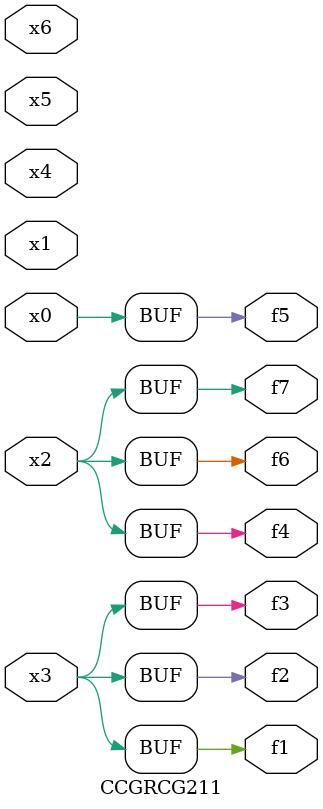
<source format=v>
module CCGRCG211(
	input x0, x1, x2, x3, x4, x5, x6,
	output f1, f2, f3, f4, f5, f6, f7
);
	assign f1 = x3;
	assign f2 = x3;
	assign f3 = x3;
	assign f4 = x2;
	assign f5 = x0;
	assign f6 = x2;
	assign f7 = x2;
endmodule

</source>
